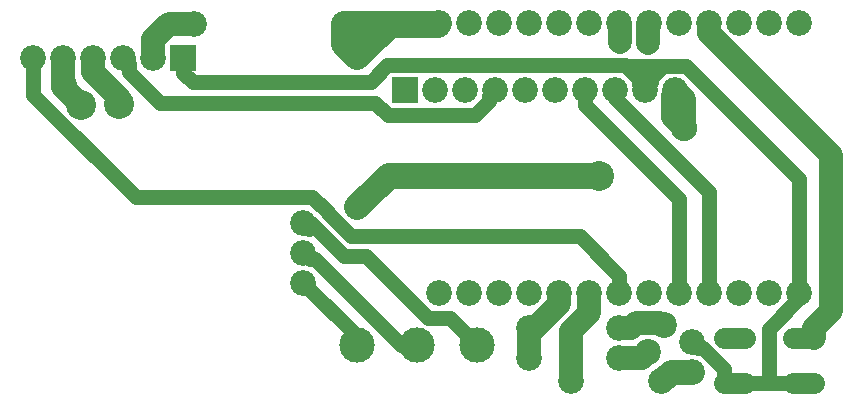
<source format=gbr>
G04 EAGLE Gerber RS-274X export*
G75*
%MOMM*%
%FSLAX34Y34*%
%LPD*%
%INTop Copper*%
%IPPOS*%
%AMOC8*
5,1,8,0,0,1.08239X$1,22.5*%
G01*
%ADD10C,3.000000*%
%ADD11C,2.184400*%
%ADD12R,2.184400X2.184400*%
%ADD13C,1.778000*%
%ADD14C,2.540000*%
%ADD15C,2.000000*%
%ADD16C,2.000000*%
%ADD17C,1.270000*%
%ADD18C,1.016000*%
%ADD19C,2.200000*%
%ADD20C,2.235200*%
%ADD21C,2.150000*%
%ADD22C,2.200000*%


D10*
X75200Y-119500D03*
X24400Y-119500D03*
X-26400Y-119500D03*
D11*
X-26500Y124500D03*
X-26500Y-2650D03*
X-37400Y152500D03*
X-164550Y152500D03*
X42900Y-75000D03*
X68300Y-75000D03*
X93700Y-75000D03*
X119100Y-75000D03*
X144500Y-75000D03*
X169900Y-75000D03*
X195300Y-75000D03*
X220700Y-75000D03*
X246100Y-75000D03*
X271500Y-75000D03*
X296900Y-75000D03*
X322300Y-75000D03*
X347700Y-75000D03*
X42900Y153600D03*
X68300Y153600D03*
X93700Y153600D03*
X119100Y153600D03*
X144500Y153600D03*
X169900Y153600D03*
X195300Y153600D03*
X220700Y153600D03*
X246100Y153600D03*
X271500Y153600D03*
X296900Y153600D03*
X322300Y153600D03*
X347700Y153600D03*
X-72000Y-15400D03*
X-72000Y-40800D03*
X-72000Y-66200D03*
D12*
X-173600Y124300D03*
D11*
X-199000Y124300D03*
X-224400Y124300D03*
X-249800Y124300D03*
X-275200Y124300D03*
X-300600Y124300D03*
X141100Y96875D03*
X166500Y96875D03*
X191900Y96875D03*
X217300Y96875D03*
X242700Y96875D03*
X115700Y96875D03*
X90300Y96875D03*
X64900Y96875D03*
X39500Y96875D03*
D12*
X14100Y96875D03*
D13*
X283900Y-112950D02*
X301680Y-112950D01*
X301680Y-151050D02*
X283900Y-151050D01*
X342320Y-112950D02*
X360100Y-112950D01*
X360100Y-151050D02*
X342320Y-151050D01*
D11*
X195100Y-130300D03*
X118900Y-130300D03*
X195100Y-105000D03*
X118900Y-105000D03*
X257000Y-141700D03*
X257000Y-116300D03*
X154900Y-150000D03*
X231100Y-150000D03*
D14*
X-228000Y85000D03*
D15*
X-249800Y111800D02*
X-249800Y124300D01*
D16*
X195600Y137500D03*
D15*
X-228000Y90000D02*
X-228000Y85000D01*
X-228000Y90000D02*
X-249800Y111800D01*
X195300Y152700D02*
X195300Y153600D01*
X195300Y152700D02*
X195600Y152400D01*
X195600Y137500D01*
X-275200Y124300D02*
X-275200Y103200D01*
X-274000Y102000D01*
D14*
X-260000Y84000D03*
D15*
X-275200Y99200D02*
X-275200Y103200D01*
X-275200Y99200D02*
X-260000Y84000D01*
D16*
X220000Y137000D03*
D15*
X220000Y152900D02*
X220700Y153600D01*
X220000Y152900D02*
X220000Y137000D01*
D17*
X217300Y98875D02*
X217300Y96875D01*
X217300Y98875D02*
X222380Y103955D01*
X222380Y105292D01*
X-165902Y103602D02*
X-173600Y111300D01*
X-173600Y124300D01*
X-165902Y103602D02*
X-14908Y103602D01*
X347700Y21612D02*
X347700Y-75000D01*
X347700Y21612D02*
X251817Y117495D01*
D18*
X347700Y-75000D02*
X347700Y-79541D01*
D17*
X322000Y-105241D01*
X322000Y-151000D01*
D18*
X321950Y-151050D01*
D17*
X283900Y-151050D01*
X322050Y-151050D02*
X360100Y-151050D01*
D18*
X322050Y-151050D02*
X322000Y-151000D01*
D17*
X262080Y-121380D02*
X257000Y-116300D01*
X262080Y-121380D02*
X266017Y-121380D01*
X283900Y-139263D01*
X283900Y-151050D01*
X-915Y117595D02*
X-14908Y103602D01*
X201017Y117195D02*
X212220Y105992D01*
X200317Y117195D02*
X199917Y117595D01*
X212220Y105992D02*
X212220Y101955D01*
X217300Y96875D01*
X199917Y117595D02*
X-915Y117595D01*
X200317Y117195D02*
X201017Y117195D01*
X213372Y117195D01*
X215965Y114602D01*
X223226Y113602D02*
X224000Y113602D01*
X217300Y101976D02*
X217300Y96875D01*
X217300Y101976D02*
X232519Y117195D01*
X232819Y117495D01*
X251817Y117495D01*
X232519Y117195D02*
X213372Y117195D01*
X191900Y96875D02*
X191900Y90100D01*
X271500Y10500D02*
X271500Y-75000D01*
X271500Y10500D02*
X191900Y90100D01*
X-164550Y152500D02*
X-188235Y152500D01*
X-167050Y155000D02*
X-164550Y152500D01*
D19*
X41800Y152500D02*
X42900Y153600D01*
D14*
X178000Y24000D03*
D20*
X250000Y65000D03*
D15*
X250620Y65620D01*
D19*
X-26500Y141600D02*
X-37400Y152500D01*
X-26500Y141600D02*
X-26500Y124500D01*
X-37400Y135400D02*
X-37400Y152500D01*
X-37400Y135400D02*
X-26500Y124500D01*
X-37400Y152500D02*
X41800Y152500D01*
X1140Y152140D02*
X-26500Y124500D01*
X1140Y152140D02*
X41630Y152140D01*
D15*
X-185857Y152840D02*
X-199000Y139697D01*
X-199000Y124300D01*
X-185857Y152840D02*
X-166050Y152840D01*
D19*
X-26500Y-2650D02*
X500Y24350D01*
X177650Y24350D02*
X178000Y24000D01*
X177650Y24350D02*
X500Y24350D01*
D15*
X250000Y65000D02*
X250000Y89575D01*
X242700Y96875D01*
X241270Y73730D02*
X250000Y65000D01*
X241270Y73730D02*
X241270Y92000D01*
D17*
X166500Y96875D02*
X166500Y84500D01*
X246100Y4900D02*
X246100Y-75000D01*
X246100Y4900D02*
X166500Y84500D01*
X-66920Y-20480D02*
X-72000Y-15400D01*
X52200Y-96500D02*
X75200Y-119500D01*
X52200Y-96500D02*
X33651Y-96500D01*
X-66034Y-15400D02*
X-72000Y-15400D01*
X-66034Y-15400D02*
X-37286Y-44148D01*
X-18701Y-44148D02*
X33651Y-96500D01*
X-18701Y-44148D02*
X-37286Y-44148D01*
X-66820Y-45980D02*
X-72000Y-40800D01*
X-66820Y-45980D02*
X-62583Y-45980D01*
X10937Y-119500D02*
X24400Y-119500D01*
X10937Y-119500D02*
X-62583Y-45980D01*
X-72000Y-66200D02*
X-26400Y-111800D01*
X-26400Y-119500D01*
X-219320Y119220D02*
X-224400Y124300D01*
X-219320Y119220D02*
X-219320Y112183D01*
X-193137Y86000D01*
X72817Y75355D02*
X85220Y87758D01*
X85220Y91795D01*
X90300Y96875D01*
X-11260Y86000D02*
X-193137Y86000D01*
X-11260Y86000D02*
X-615Y75355D01*
X72817Y75355D01*
X-300600Y92600D02*
X-300600Y124300D01*
X195300Y-60300D02*
X195300Y-75000D01*
X195300Y-60300D02*
X162000Y-27000D01*
X-214120Y6120D02*
X-300600Y92600D01*
X-31363Y-27000D02*
X162000Y-27000D01*
X-51426Y-6937D02*
X-51426Y-6878D01*
X-51426Y-6937D02*
X-31363Y-27000D01*
X-64424Y6120D02*
X-214120Y6120D01*
X-64424Y6120D02*
X-51426Y-6878D01*
D15*
X360100Y-104499D02*
X360100Y-112950D01*
X360100Y-104499D02*
X374670Y-89929D01*
X272930Y143071D02*
X272930Y143670D01*
X271500Y145100D01*
X271500Y153600D01*
X374670Y41331D02*
X374670Y-89929D01*
X374670Y41331D02*
X272930Y143071D01*
X144500Y-75000D02*
X144500Y-84500D01*
X124000Y-105000D01*
D17*
X118900Y-105000D01*
D15*
X118900Y-130300D01*
X169900Y-92100D02*
X169900Y-75000D01*
X154900Y-107100D02*
X154900Y-150000D01*
X154900Y-107100D02*
X169900Y-92100D01*
D21*
X231100Y-150000D02*
X239400Y-141700D01*
X257000Y-141700D01*
D22*
X220000Y-125000D03*
D15*
X214700Y-130300D02*
X195100Y-130300D01*
X214700Y-130300D02*
X220000Y-125000D01*
D22*
X233000Y-102000D03*
D15*
X205632Y-105000D02*
X195100Y-105000D01*
X205632Y-105000D02*
X209934Y-100698D01*
X230066Y-100698D01*
X231368Y-102000D01*
X233000Y-102000D01*
M02*

</source>
